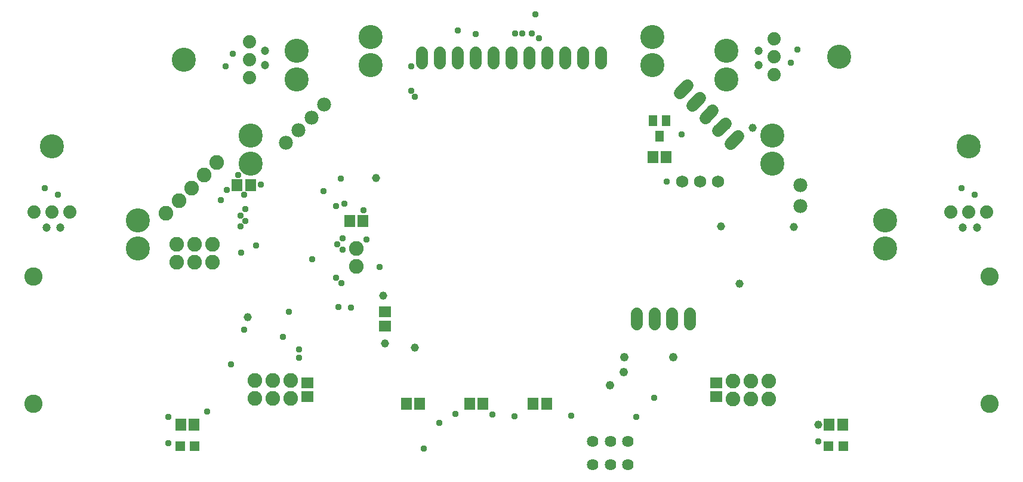
<source format=gbr>
G04 EAGLE Gerber RS-274X export*
G75*
%MOMM*%
%FSLAX34Y34*%
%LPD*%
%INSoldermask Bottom*%
%IPPOS*%
%AMOC8*
5,1,8,0,0,1.08239X$1,22.5*%
G01*
%ADD10C,1.203200*%
%ADD11R,1.503200X1.703200*%
%ADD12R,1.803200X1.503200*%
%ADD13C,1.727200*%
%ADD14C,1.625600*%
%ADD15C,2.603200*%
%ADD16C,1.981200*%
%ADD17C,2.082800*%
%ADD18C,1.727200*%
%ADD19R,1.403200X1.403200*%
%ADD20C,3.419200*%
%ADD21R,1.503200X1.803200*%
%ADD22R,1.203200X1.603200*%
%ADD23C,1.879600*%
%ADD24C,0.959600*%
%ADD25C,1.159600*%
%ADD26C,1.209600*%


D10*
X-350000Y210000D03*
X-350000Y230000D03*
X-660000Y-20000D03*
X-640000Y-20000D03*
X350000Y230000D03*
X350000Y210000D03*
X640000Y-20000D03*
X660000Y-20000D03*
D11*
X-130500Y-270000D03*
X-149500Y-270000D03*
D12*
X-180000Y-160000D03*
X-180000Y-140000D03*
D13*
X202700Y-142380D02*
X202700Y-157620D01*
X177300Y-157620D02*
X177300Y-142380D01*
D14*
X140000Y-356500D03*
X140000Y-323500D03*
X115000Y-356500D03*
X165000Y-356500D03*
X165000Y-323500D03*
X115000Y-323500D03*
D11*
X-210700Y-10701D03*
X-229700Y-10701D03*
D15*
X-678200Y-270000D03*
X-678200Y-90000D03*
X678200Y-90000D03*
X678200Y-270000D03*
D16*
X-320000Y100000D03*
X-302039Y117961D03*
X-284079Y135921D03*
X-266118Y153882D03*
D13*
X310533Y98691D02*
X321309Y109467D01*
X303349Y127428D02*
X292572Y116651D01*
X274612Y134612D02*
X285388Y145388D01*
X267428Y163349D02*
X256651Y152572D01*
X238691Y170533D02*
X249467Y181309D01*
D17*
X-475400Y-69050D03*
X-475400Y-43650D03*
X-450000Y-69050D03*
X-450000Y-43650D03*
X-424600Y-69050D03*
X-424600Y-43650D03*
D13*
X252700Y-142380D02*
X252700Y-157620D01*
X227300Y-157620D02*
X227300Y-142380D01*
X127000Y212380D02*
X127000Y227620D01*
X101600Y227620D02*
X101600Y212380D01*
X76200Y212380D02*
X76200Y227620D01*
X50800Y227620D02*
X50800Y212380D01*
X25400Y212380D02*
X25400Y227620D01*
X0Y227620D02*
X0Y212380D01*
X-25400Y212380D02*
X-25400Y227620D01*
X-50800Y227620D02*
X-50800Y212380D01*
X-76200Y212380D02*
X-76200Y227620D01*
X-101600Y227620D02*
X-101600Y212380D01*
X-127000Y212380D02*
X-127000Y227620D01*
D11*
X-40500Y-270000D03*
X-59500Y-270000D03*
X49500Y-270000D03*
X30500Y-270000D03*
D18*
X241671Y44645D03*
X267071Y44645D03*
X292471Y44645D03*
D16*
X410000Y10000D03*
X410000Y40000D03*
D19*
X470500Y-330000D03*
X449500Y-330000D03*
X-449500Y-330000D03*
X-470500Y-330000D03*
D11*
X450400Y-300000D03*
X469400Y-300000D03*
X-469400Y-300000D03*
X-450400Y-300000D03*
D20*
X-305000Y190000D03*
X305000Y230000D03*
X530000Y-10000D03*
X-530000Y-10000D03*
X-370000Y110000D03*
D11*
X219500Y80000D03*
X200500Y80000D03*
D21*
X-370000Y40000D03*
X-390000Y40000D03*
D12*
X-290000Y-260000D03*
X-290000Y-240000D03*
X290000Y-240000D03*
X290000Y-260000D03*
D20*
X-530000Y-50000D03*
X530000Y-50000D03*
X-305000Y230000D03*
X305000Y190000D03*
X370000Y110000D03*
D22*
X210000Y109000D03*
X219500Y131000D03*
X200500Y131000D03*
D17*
X-220000Y-50000D03*
X-220000Y-75400D03*
D20*
X-200000Y250000D03*
X-200000Y210000D03*
X200000Y210000D03*
X200000Y250000D03*
X-370000Y70000D03*
X370000Y70000D03*
D17*
X-490000Y0D03*
X-472039Y17961D03*
X-454079Y35921D03*
X-436118Y53882D03*
X-418158Y71842D03*
X-364000Y-262000D03*
X-364000Y-236600D03*
X-338600Y-262000D03*
X-338600Y-236600D03*
X-313200Y-262000D03*
X-313200Y-236600D03*
X365000Y-238000D03*
X365000Y-263400D03*
X339600Y-238000D03*
X339600Y-263400D03*
X314200Y-238000D03*
X314200Y-263400D03*
D23*
X-626500Y2000D03*
X-651900Y2000D03*
X-677300Y2000D03*
D20*
X-651900Y94600D03*
D23*
X673500Y2000D03*
X648100Y2000D03*
X622700Y2000D03*
D20*
X648100Y94600D03*
D23*
X-372000Y243500D03*
X-372000Y218100D03*
X-372000Y192700D03*
D20*
X-464600Y218100D03*
D23*
X372000Y196500D03*
X372000Y221900D03*
X372000Y247300D03*
D20*
X464600Y221900D03*
D24*
X33274Y281686D03*
D25*
X400558Y-19558D03*
X297180Y-18796D03*
X-180086Y-184150D03*
X-137414Y-189992D03*
D24*
X-27178Y-285496D03*
X-487172Y-288290D03*
D25*
X-374142Y-146812D03*
D24*
X-362712Y-45212D03*
D25*
X-192278Y50038D03*
X435176Y-300000D03*
D24*
X-248920Y-91440D03*
X201930Y-261874D03*
X84582Y-286512D03*
X-124714Y-333756D03*
X-316230Y-140000D03*
X-379476Y-165100D03*
X-324866Y-175006D03*
X-397764Y-213868D03*
X-187452Y-76200D03*
X-237642Y13462D03*
X-266700Y31750D03*
X-242570Y49530D03*
X-355600Y40640D03*
X-384556Y-18288D03*
X-102616Y-296672D03*
X38354Y248158D03*
X4826Y254734D03*
X14732Y255016D03*
X-50800Y254000D03*
X-76200Y259080D03*
X-137160Y165100D03*
X-142240Y173990D03*
X-142240Y208280D03*
X28448Y255016D03*
X-412750Y19050D03*
X-403860Y33020D03*
X4064Y-287782D03*
X-301244Y-204470D03*
X-79756Y-284480D03*
X-301498Y-193294D03*
X-383656Y-55372D03*
X-387858Y54102D03*
X-239522Y-51562D03*
X-283210Y-64770D03*
X-247650Y-43688D03*
X-377444Y-10668D03*
X-205740Y-37338D03*
X-240030Y-35814D03*
X-384302Y-3048D03*
X219964Y44958D03*
X-249298Y10160D03*
X-377952Y5870D03*
X-486664Y-325882D03*
X434848Y-323088D03*
X176784Y-288290D03*
X-431800Y-280670D03*
D26*
X229108Y-204216D03*
X160020Y-204216D03*
D25*
X341630Y121158D03*
X323088Y-100000D03*
D24*
X-246126Y-133096D03*
X-227584Y-133350D03*
D25*
X-182372Y-116332D03*
D24*
X-210058Y4572D03*
D26*
X139446Y-243586D03*
X158750Y-225298D03*
D24*
X-379730Y26670D03*
X240792Y112268D03*
X-241429Y-99341D03*
X-643543Y25992D03*
X-661933Y35669D03*
X656457Y25992D03*
X638067Y35669D03*
X-395992Y226457D03*
X-405669Y208067D03*
X395992Y213543D03*
X405669Y231933D03*
M02*

</source>
